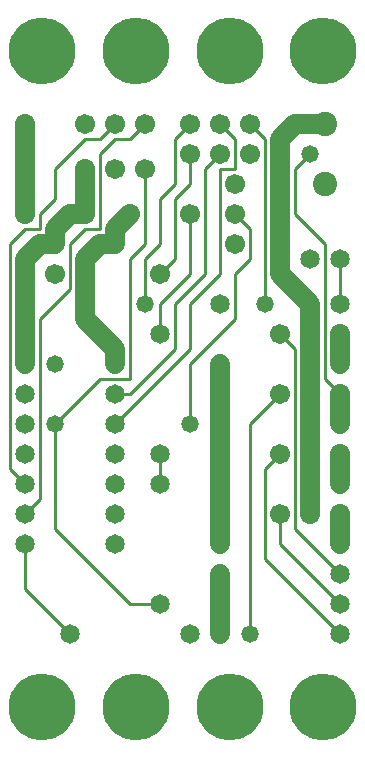
<source format=gtl>
%MOIN*%
%FSLAX25Y25*%
G04 D10 used for Character Trace; *
G04     Circle (OD=.01000) (No hole)*
G04 D11 used for Power Trace; *
G04     Circle (OD=.06700) (No hole)*
G04 D12 used for Signal Trace; *
G04     Circle (OD=.01100) (No hole)*
G04 D13 used for Via; *
G04     Circle (OD=.05800) (Round. Hole ID=.02800)*
G04 D14 used for Component hole; *
G04     Circle (OD=.06500) (Round. Hole ID=.03500)*
G04 D15 used for Component hole; *
G04     Circle (OD=.06700) (Round. Hole ID=.04300)*
G04 D16 used for Component hole; *
G04     Circle (OD=.08100) (Round. Hole ID=.05100)*
G04 D17 used for Component hole; *
G04     Circle (OD=.08900) (Round. Hole ID=.05900)*
G04 D18 used for Component hole; *
G04     Circle (OD=.11300) (Round. Hole ID=.08300)*
G04 D19 used for Component hole; *
G04     Circle (OD=.16000) (Round. Hole ID=.13000)*
G04 D20 used for Component hole; *
G04     Circle (OD=.18300) (Round. Hole ID=.15300)*
G04 D21 used for Component hole; *
G04     Circle (OD=.22291) (Round. Hole ID=.19291)*
%ADD10C,.01000*%
%ADD11C,.06700*%
%ADD12C,.01100*%
%ADD13C,.05800*%
%ADD14C,.06500*%
%ADD15C,.06700*%
%ADD16C,.08100*%
%ADD17C,.08900*%
%ADD18C,.11300*%
%ADD19C,.16000*%
%ADD20C,.18300*%
%ADD21C,.22291*%
%IPPOS*%
%LPD*%
G90*X0Y0D02*D21*X15625Y15625D03*D14*              
X25000Y40000D03*D12*X10000Y55000D01*Y70000D01*D14*
D03*Y80000D03*D12*X15000Y85000D01*Y145000D01*     
X25000Y155000D01*Y170000D01*X30000Y175000D01*     
X35000D01*Y200000D01*X40000Y205000D01*X45000D01*  
X50000Y210000D01*D15*D03*D12*X60000Y190000D02*    
Y205000D01*X55000Y185000D02*X60000Y190000D01*     
X55000Y170000D02*Y185000D01*X50000Y165000D02*     
X55000Y170000D01*X50000Y150000D02*Y165000D01*D13* 
Y150000D03*D12*X55000Y140000D02*Y150000D01*D14*   
Y140000D03*D12*X45000Y120000D02*X60000Y135000D01* 
X40000Y120000D02*X45000D01*D14*X40000D03*D12*     
X35000Y125000D02*X45000D01*X20000Y110000D02*      
X35000Y125000D01*D13*X20000Y110000D03*D12*        
Y75000D01*X45000Y50000D01*X55000D01*D14*D03*      
X65000Y40000D03*X75000Y70000D03*D11*Y90000D01*D14*
D03*D11*Y110000D01*D14*D03*D11*Y130000D01*D14*D03*
D12*X40000Y110000D02*X65000Y135000D01*D14*        
X40000Y110000D03*Y100000D03*X55000D03*D12*        
Y90000D01*D14*D03*X40000D03*Y80000D03*Y70000D03*  
D13*X65000Y110000D03*D12*Y130000D01*              
X80000Y145000D01*Y160000D01*X85000Y165000D01*     
Y175000D01*X80000Y180000D01*D15*D03*Y190000D03*   
Y170000D03*D12*X60000Y185000D02*X65000Y190000D01* 
X60000Y165000D02*Y185000D01*X55000Y160000D02*     
X60000Y165000D01*D15*X55000Y160000D03*D12*        
X65000Y135000D02*Y150000D01*X60000Y135000D02*     
Y150000D01*X70000Y160000D01*Y195000D01*           
X75000Y200000D01*D15*D03*D12*Y195000D02*X80000D01*
X75000Y160000D02*Y195000D01*X65000Y150000D02*     
X75000Y160000D01*D14*Y150000D03*D12*X55000D02*    
X65000Y160000D01*Y180000D01*D15*D03*D12*          
Y190000D02*Y200000D01*D15*D03*D12*                
X60000Y205000D02*X65000Y210000D01*D15*D03*        
X75000D03*D12*X80000Y205000D01*Y195000D01*D15*    
X85000Y200000D03*D12*X90000Y150000D02*Y205000D01* 
D13*Y150000D03*D11*X105000D02*X95000Y160000D01*   
X105000Y140000D02*Y150000D01*D15*Y140000D03*D11*  
Y120000D01*D15*D03*D11*Y100000D01*D15*D03*D11*    
Y80000D01*D15*D03*D12*X115000Y60000D02*           
X100000Y75000D01*D14*X115000Y60000D03*Y70000D03*  
D11*Y80000D01*D15*D03*D14*Y90000D03*D11*          
Y100000D01*D15*D03*D14*Y110000D03*D11*Y120000D01* 
D15*D03*D12*X110000Y125000D01*Y170000D01*         
X100000Y180000D01*Y195000D01*X105000Y200000D01*   
D13*D03*D16*X110000Y210000D03*D11*X100000D01*     
X95000Y205000D01*Y160000D01*D14*X105000Y165000D03*
D15*X115000Y140000D03*D11*Y130000D01*D14*D03*D12* 
X100000Y75000D02*Y135000D01*D15*X95000Y80000D03*  
D12*Y70000D01*X115000Y50000D01*D14*D03*Y40000D03* 
D12*X90000Y65000D01*Y95000D01*X95000Y100000D01*   
D15*D03*D12*X85000Y40000D02*Y110000D01*D13*       
Y40000D03*D14*X75000Y50000D03*D11*Y40000D01*D14*  
D03*D11*Y50000D02*Y60000D01*D14*D03*D21*          
X46875Y15625D03*X78125D03*X109375D03*D12*         
X85000Y110000D02*X95000Y120000D01*D15*D03*D12*    
X100000Y135000D02*X95000Y140000D01*D15*D03*D14*   
X115000Y150000D03*D12*Y165000D01*D14*D03*D16*     
X110000Y190000D03*D12*X90000Y205000D02*           
X85000Y210000D01*D15*D03*D21*X109375Y234375D03*   
X78125D03*D15*X50000Y195000D03*D12*Y170000D01*    
X45000Y165000D01*Y125000D01*D14*X40000Y130000D03* 
D11*Y135000D01*X30000Y145000D01*D14*D03*D11*      
Y165000D01*D13*D03*D11*X35000Y170000D01*X40000D01*
Y175000D01*X45000Y180000D01*D15*D03*              
X30000Y195000D03*D11*Y180000D01*D15*D03*D11*      
X25000D01*X20000Y175000D01*Y170000D01*X15000D01*  
X10000Y165000D01*Y145000D01*D14*D03*D11*          
Y130000D01*D14*D03*D13*X20000D03*D14*             
X10000Y120000D03*Y110000D03*D15*X20000Y160000D03* 
D14*X10000Y100000D03*D12*Y90000D02*X5000Y95000D01*
D14*X10000Y90000D03*D12*X5000Y95000D02*Y170000D01*
X10000Y175000D01*X15000D01*Y180000D01*            
X20000Y185000D01*Y195000D01*X30000Y205000D01*     
X35000D01*X40000Y210000D01*D15*D03*X30000D03*     
X40000Y195000D03*D21*X15625Y234375D03*X46875D03*  
D15*X10000Y180000D03*D11*Y195000D01*D15*D03*D11*  
Y210000D01*D15*D03*M02*                           

</source>
